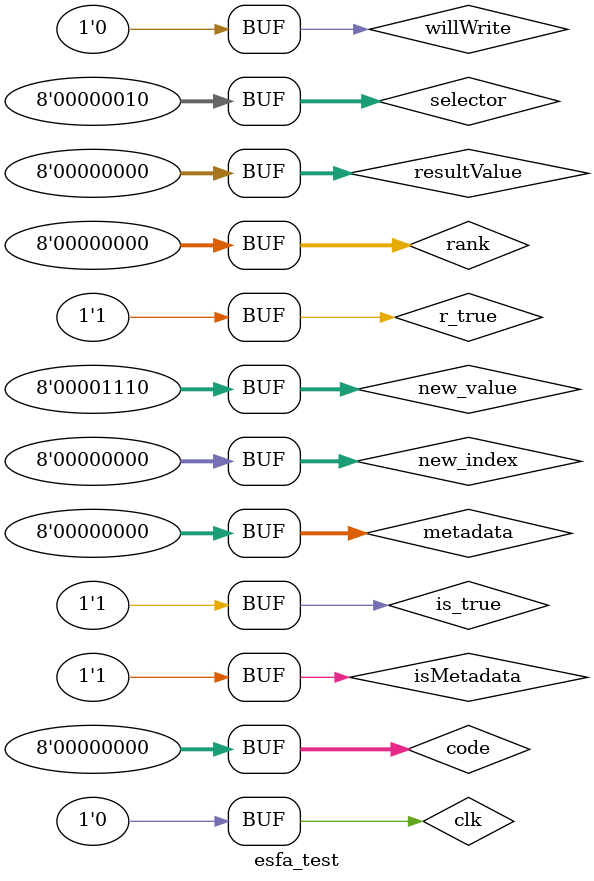
<source format=v>
`timescale 1ns / 1ps


module esfa_test;
    
    reg[0:0] clk = 0;
    reg[0:0] willWrite = 0;
    reg[7:0] new_index = 0;
    reg[7:0] new_value = 0;
    reg[7:0] metadata = 0;
    reg[0:0] isMetadata = 0;
    reg[7:0] rank = 0;
    reg[7:0] code = 0;
    wire[0:0] resultBool;
    wire[7:0] resultValue;
    reg[7:0] selector = 0;
    
    reg[0:0] r_true = 1;
    wire is_true;
    assign is_true = r_true;
    
    always begin
        clk = 1; #14;
        clk = 0; #14;
    end
    
 
    assert a0(.clk(clk), .test(is_true));
    
    ESFADesign l1(
        .clk(clk),
        .in_willWrite(willWrite),
        .new_index(new_index),
        .new_value(new_value),
        .metadata(metadata),
        .isMetadata(isMetadata),
        .resultBool(resultBool),
        .resultValue(resultValue),
        .selector(selector)  
    );
    
    
    initial
    begin
        // update Basic test
        $display("update basic test, begin");
        #420 //wait for reset to complete
        r_true = (l1.reset == 0); #168
        r_true = (l1.c0.new_rank == 0); #168
        $display("assertions working correctly");
        
        //ESFAArrayOp().update(emptyArrayState, None, 0, 5)
        new_index = 0;
        new_value = 5;
        isMetadata = 1'b0;
        selector = 7;
        #168;
        r_true = (resultBool == 1); #168;
        r_true = (resultValue == 0); #168;
        r_true = 1;
        willWrite = 1;
        metadata = resultValue;
        isMetadata = resultBool;
        selector = 0;
        #168;
        isMetadata = 0;
        new_index = 0; 
        selector = 5;
        #420
        willWrite = 0;
        
        
        
        r_true = (l1.c0.new_arrDef == 1'b1); #168
        r_true = (l1.c0.new_eltDef == 1'b1); #168
        r_true = (l1.c0.new_mark == 1'b0); #168
        r_true = (l1.c0.new_index == 0); #168
        r_true = (l1.c0.new_value == 5); #168
        r_true = (l1.c0.new_rank == 1); #168
        r_true = (l1.c0.new_low == 0); #168
        r_true = (l1.c0.new_high == 0); #168
        r_true = (resultValue == 0); #168
        r_true = 1;
       
        //ESFAArrayOp().update(state_and_handle._1, Some(0), 2, 10)
        isMetadata = 1'b1;
        metadata = 0;
        selector = 3;
        #168;
        r_true = (resultBool); #168;
        r_true = 1;
        code = resultValue;
        r_true = (code == 0); #168;
        r_true = 1;
        selector = 8;
        #168;
        r_true = (resultBool); #168;
        r_true = (resultValue == 1); #168;
        r_true = 1;
        rank = resultValue;
        r_true = (rank == 1); #168;
        r_true = 1;
        selector = 7;
        #168;
        r_true = (resultBool); #168;
        r_true = (resultValue == 1); #168;
        r_true = 1;
        metadata = resultValue;
        isMetadata = 1'b1;
        new_index = 2;
        new_value = 8'b1010;
        selector = 0;
        willWrite = 1;
        #168;
        willWrite = 0;
        new_index = 1; //we know from previous markAvailable that handle 1 was open, and we wrote to it
        metadata = code;
        new_value = rank;
        selector = 5;
        willWrite = 1;
        #420;
        willWrite = 0;
        r_true = (resultBool); #168;
        r_true = 1;
      
        r_true = (l1.c0.new_arrDef == 1'b1); #168;
        r_true = (l1.c0.new_eltDef == 1'b1); #168;
        r_true = (l1.c0.new_mark == 1'b0); #168;
        r_true = (l1.c0.new_index == 0); #168;
        r_true = (l1.c0.new_value == 5); #168;
        r_true = (l1.c0.new_rank == 1); #168;
        r_true = (l1.c0.new_low == 0); #168;
        r_true = (l1.c0.new_high == 1); #168;
        
        r_true = (l1.c1.new_arrDef == 1'b1); #168;
        r_true = (l1.c1.new_eltDef == 1'b1); #168;
        r_true = (l1.c1.new_mark == 1'b0); #168;
        r_true = (l1.c1.new_index == 2); #168;
        r_true = (l1.c1.new_value == 8'b1010); #168;
        r_true = (l1.c1.new_rank == 2); #168;
        r_true = (l1.c1.new_low == 1); #168;
        r_true = (l1.c1.new_high == 1); #168;
        r_true = 1; 
        
        //ESFAArrayOp().update(state_and_handle._1, None, 4, 10)
        selector = 7;
        #168;
        r_true = (resultBool == 1); #168
        r_true = (resultValue == 2); #168
        r_true = 1;
        
        selector = 0;
        willWrite = 1;
        new_index = 4;
        new_value = 8'b1010;
        isMetadata = 1'b1;
        metadata = 2;
        #168;
        isMetadata = 0;
        new_index = 2; 
        selector = 5;
        #420
        
        willWrite = 0;
        
        r_true = (l1.c0.new_arrDef == 1'b1); #168;
        r_true = (l1.c0.new_eltDef == 1'b1); #168;
        r_true = (l1.c0.new_mark == 1'b0); #168;
        r_true = (l1.c0.new_index == 0); #168;
        r_true = (l1.c0.new_value == 5); #168;
        r_true = (l1.c0.new_rank == 1); #168;
        r_true = (l1.c0.new_low == 0); #168;
        r_true = (l1.c0.new_high == 1); #168;
        r_true = (l1.c0.handle == 0); #168;
        
        r_true = (l1.c1.new_arrDef == 1'b1); #168;
        r_true = (l1.c1.new_eltDef == 1'b1); #168;
        r_true = (l1.c1.new_mark == 1'b0); #168;
        r_true = (l1.c1.new_index == 2); #168;
        r_true = (l1.c1.new_value == 8'b1010); #168;
        r_true = (l1.c1.new_rank == 2); #168;
        r_true = (l1.c1.new_low == 1); #168;
        r_true = (l1.c1.new_high == 1); #168;
        r_true = (l1.c1.handle == 1); #168;
        
        r_true = (l1.c2.new_arrDef == 1'b1); #168;
        r_true = (l1.c2.new_eltDef == 1'b1); #168;
        r_true = (l1.c2.new_mark == 1'b0); #168;
        r_true = (l1.c2.new_index == 4); #168;
        r_true = (l1.c2.new_value == 8'b1010); #168;
        r_true = (l1.c2.new_rank == 1); #168;
        r_true = (l1.c2.new_low == 2); #168;
        r_true = (l1.c2.new_high == 2); #168;
        r_true = (l1.c2.handle == 2); #168;
        r_true = 1;
 
        
        //state_and_handle = ESFAArrayOp().update(state_and_handle._1, Some(2), 10, 21)
        isMetadata = 1;
        metadata = 2;
        selector = 3;
        #168;
        code = resultValue;
        r_true = (code == 2); #168;
        r_true = 1;
        selector = 8;
        #168;
        rank = resultValue;
        r_true = (rank == 1); #168;
        r_true = 1;
        selector = 7;
        #168;
        r_true = (resultValue == 3); #168;
        r_true = 1;
        isMetadata = 1;
        metadata = 3;
        new_index = 8'b1010;
        new_value = 8'b10101;
        selector = 0;
        willWrite = 1;
        #168
        willWrite = 0;
        new_index = 3;
        isMetadata = 1;
        metadata = code;
        new_value = rank;
        selector = 5;
        willWrite = 1;
        #420;
        willWrite = 0;
       
        r_true = (l1.c0.new_arrDef == 1'b1); #168;
        r_true = (l1.c0.new_eltDef == 1'b1); #168;
        r_true = (l1.c0.new_mark == 1'b0); #168;
        r_true = (l1.c0.new_index == 0); #168;
        r_true = (l1.c0.new_value == 5); #168;
        r_true = (l1.c0.new_rank == 1); #168;
        r_true = (l1.c0.new_low == 0); #168;
        r_true = (l1.c0.new_high == 1); #168;
        r_true = (l1.c0.handle == 0); #168;
        
        r_true = (l1.c1.new_arrDef == 1'b1); #168;
        r_true = (l1.c1.new_eltDef == 1'b1); #168;
        r_true = (l1.c1.new_mark == 1'b0); #168;
        r_true = (l1.c1.new_index == 2); #168;
        r_true = (l1.c1.new_value == 8'b1010); #168;
        r_true = (l1.c1.new_rank == 2); #168;
        r_true = (l1.c1.new_low == 1); #168;
        r_true = (l1.c1.new_high == 1); #168;
        r_true = (l1.c1.handle == 1); #168;
        
        r_true = (l1.c3.new_arrDef == 1'b1); #168;
        r_true = (l1.c3.new_eltDef == 1'b1); #168;
        r_true = (l1.c3.new_mark == 1'b0); #168;
        r_true = (l1.c3.new_index == 8'b1010); #168;
        r_true = (l1.c3.new_value == 8'b10101); #168;
        r_true = (l1.c3.new_rank == 2); #168;
        r_true = (l1.c3.new_low == 3); #168;
        r_true = (l1.c3.new_high == 3); #168;
        r_true = (l1.c3.handle == 3); #168;
        
        r_true = (l1.c2.new_arrDef == 1'b1); #168;
        r_true = (l1.c2.new_eltDef == 1'b1); #168;
        r_true = (l1.c2.new_mark == 1'b0); #168;
        r_true = (l1.c2.new_index == 4); #168;
        r_true = (l1.c2.new_value == 8'b1010); #168;
        r_true = (l1.c2.new_rank == 1); #168;
        r_true = (l1.c2.new_low == 2); #168;
        r_true = (l1.c2.new_high == 3); #168;
        r_true = (l1.c2.handle == 2); #168;
        
        r_true = resultBool; #168;
        r_true = (resultValue == 3); #168;
        r_true = 1;
        
        //ESFAArrayOp().update(state_and_handle._1, Some(1), 9, 5)
        new_index = 9;
        new_value = 5;
        isMetadata = 1'b1;
        metadata = 1;
        selector = 3;
        willWrite = 1;
        #168;
        selector = 7;
        #168;
        selector = 0;
        #168;
        selector = 5;
        #168;
        willWrite = 0;
        r_true = (l1.c0.new_arrDef == 1'b1);
        r_true = (l1.c0.new_eltDef == 1'b1);
        r_true = (l1.c0.new_mark == 1'b0);
        r_true = (l1.c0.new_index == 0);
        r_true = (l1.c0.new_value == 5);
        r_true = (l1.c0.new_rank == 1);
        r_true = (l1.c0.new_low == 0);
        r_true = (l1.c0.new_high == 2);
        r_true = (l1.c0.handle == 0);
        r_true = (l1.c0.new_array_code == 0);
        
        r_true = (l1.c1.new_arrDef == 1'b1);
        r_true = (l1.c1.new_eltDef == 1'b1);
        r_true = (l1.c1.new_mark == 1'b0);
        r_true = (l1.c1.new_index == 2);
        r_true = (l1.c1.new_value == 10);
        r_true = (l1.c1.new_rank == 2);
        r_true = (l1.c1.new_low == 1);
        r_true = (l1.c1.new_high == 2);
        r_true = (l1.c1.handle == 1);
        r_true = (l1.c1.new_array_code == 1);
        
        r_true = (l1.c3.new_arrDef == 1'b1);
        r_true = (l1.c3.new_eltDef == 1'b1);
        r_true = (l1.c3.new_mark == 1'b0);
        r_true = (l1.c3.new_index == 10);
        r_true = (l1.c3.new_value == 21);
        r_true = (l1.c3.new_rank == 2);
        r_true = (l1.c3.new_low == 4);
        r_true = (l1.c3.new_high == 4);
        r_true = (l1.c3.handle == 3);
        r_true = (l1.c3.new_array_code == 4);
        
        r_true = (l1.c2.new_arrDef == 1'b1);
        r_true = (l1.c2.new_eltDef == 1'b1);
        r_true = (l1.c2.new_mark == 1'b0);
        r_true = (l1.c2.new_index == 4);
        r_true = (l1.c2.new_value == 10);
        r_true = (l1.c2.new_rank == 1);
        r_true = (l1.c2.new_low == 3);
        r_true = (l1.c2.new_high == 4);
        r_true = (l1.c2.handle == 2);
        r_true = (l1.c2.new_array_code == 3);
        
        r_true = (l1.c4.new_arrDef == 1'b1);
        r_true = (l1.c4.new_eltDef == 1'b1);
        r_true = (l1.c4.new_mark == 1'b0);
        r_true = (l1.c4.new_index == 9);
        r_true = (l1.c4.new_value == 5);
        r_true = (l1.c4.new_rank == 3);
        r_true = (l1.c4.new_low == 2);
        r_true = (l1.c4.new_high == 2);
        r_true = (l1.c4.handle == 4);
        r_true = (l1.c4.new_array_code == 2);
        
        r_true = resultBool;
        r_true = (resultValue == 4);
        
        //ESFAArrayOp().update(state_and_handle._1, Some(1), 11, 14)
        new_index = 11;
        new_value = 14;
        isMetadata = 1'b1;
        metadata = 1;
        selector = 3;
        willWrite = 1;
        #168;
        selector = 7;
        #168;
        selector = 0;
        #168;
        selector = 5;
        #168;
        willWrite = 0;
        r_true = (l1.c0.new_arrDef == 1'b1);
        r_true = (l1.c0.new_eltDef == 1'b1);
        r_true = (l1.c0.new_mark == 1'b0);
        r_true = (l1.c0.new_index == 0);
        r_true = (l1.c0.new_value == 5);
        r_true = (l1.c0.new_rank == 1);
        r_true = (l1.c0.new_low == 0);
        r_true = (l1.c0.new_high == 3);
        r_true = (l1.c0.handle == 0);
        r_true = (l1.c0.new_array_code == 0);
        
        r_true = (l1.c1.new_arrDef == 1'b1);
        r_true = (l1.c1.new_eltDef == 1'b1);
        r_true = (l1.c1.new_mark == 1'b0);
        r_true = (l1.c1.new_index == 2);
        r_true = (l1.c1.new_value == 10);
        r_true = (l1.c1.new_rank == 2);
        r_true = (l1.c1.new_low == 1);
        r_true = (l1.c1.new_high == 3);
        r_true = (l1.c1.handle == 1);
        r_true = (l1.c1.new_array_code == 1);
        
        r_true = (l1.c3.new_arrDef == 1'b1);
        r_true = (l1.c3.new_eltDef == 1'b1);
        r_true = (l1.c3.new_mark == 1'b0);
        r_true = (l1.c3.new_index == 10);
        r_true = (l1.c3.new_value == 21);
        r_true = (l1.c3.new_rank == 2);
        r_true = (l1.c3.new_low == 5);
        r_true = (l1.c3.new_high == 5);
        r_true = (l1.c3.handle == 3);
        r_true = (l1.c3.new_array_code == 5);
        
        r_true = (l1.c2.new_arrDef == 1'b1);
        r_true = (l1.c2.new_eltDef == 1'b1);
        r_true = (l1.c2.new_mark == 1'b0);
        r_true = (l1.c2.new_index == 4);
        r_true = (l1.c2.new_value == 10);
        r_true = (l1.c2.new_rank == 1);
        r_true = (l1.c2.new_low == 4);
        r_true = (l1.c2.new_high == 5);
        r_true = (l1.c2.handle == 2);
        r_true = (l1.c2.new_array_code == 4);
        
        r_true = (l1.c4.new_arrDef == 1'b1);
        r_true = (l1.c4.new_eltDef == 1'b1);
        r_true = (l1.c4.new_mark == 1'b0);
        r_true = (l1.c4.new_index == 9);
        r_true = (l1.c4.new_value == 5);
        r_true = (l1.c4.new_rank == 3);
        r_true = (l1.c4.new_low == 3);
        r_true = (l1.c4.new_high == 3);
        r_true = (l1.c4.handle == 4);
        r_true = (l1.c4.new_array_code == 3);
        
        r_true = (l1.c5.new_arrDef == 1'b1);
        r_true = (l1.c5.new_eltDef == 1'b1);
        r_true = (l1.c5.new_mark == 1'b0);
        r_true = (l1.c5.new_index == 11);
        r_true = (l1.c5.new_value == 14);
        r_true = (l1.c5.new_rank == 3);
        r_true = (l1.c5.new_low == 2);
        r_true = (l1.c5.new_high == 2);
        r_true = (l1.c5.handle == 5);
        r_true = (l1.c5.new_array_code == 2);
        
        r_true = resultBool;
        r_true = (resultValue == 5);
        
        // ESFAArrayOp().lookUp(state_and_handle._1, 0, 0)
        new_index = 0;
        isMetadata = 1'b1;
        metadata = 0;
        selector = 3;
        #168;
        selector = 1;
        #168;
        selector = 2;
        #168;
        
        r_true = resultBool;
        r_true = (resultValue == 5);
        
        //ESFAArrayOp().lookUp(state_and_handle._1, 1, 0)
        new_index = 0;
        isMetadata = 1'b1;
        metadata = 1;
        selector = 3;
        #168;
        selector = 1;
        #168;
        selector = 2;
        #168;
        
        r_true = resultBool;
        r_true = (resultValue == 5);
        
        //ESFAArrayOp().lookUp(state_and_handle._1, 1, 2) 
        new_index = 2;
        isMetadata = 1'b1;
        metadata = 1;
        selector = 3;
        #168;
        selector = 1;
        #168;
        selector = 2;
        #168;
        
        r_true = resultBool;
        r_true = (resultValue == 10);
        
        //ESFAArrayOp().lookUp(state_and_handle._1, 3, 4)
        new_index = 4;
        isMetadata = 1'b1;
        metadata = 3;
        selector = 3;
        #168;
        selector = 1;
        #168;
        selector = 2;
        #168;
        
        r_true = resultBool;
        r_true = (resultValue == 10);
        
        //ESFAArrayOp().lookUp(state_and_handle._1, 5, 2)
        new_index = 2;
        isMetadata = 1'b1;
        metadata = 5;
        selector = 3;
        #168;
        selector = 1;
        #168;
        selector = 2;
        #168;
        
        r_true = resultBool;
        r_true = (resultValue == 10);
        
        //ESFAArrayOp().lookUp(state_and_handle._1, 5, 1)
        new_index = 1;
        isMetadata = 1'b1;
        metadata = 5;
        selector = 3;
        #168;
        selector = 1;
        #168;
        selector = 2;
        #168;
        
        r_true = (resultBool == 0); //there is no value with index 1 in sixth array
        
        //ESFAArrayOp().delete(state_and_handle._1, 1)
        isMetadata = 1'b1;
        metadata = 1;
        selector = 4;
        willWrite = 1;
        #168;
        selector = 6;
        #168;
        willWrite = 0;
        r_true = (l1.c0.new_arrDef == 1'b1);
        r_true = (l1.c0.new_eltDef == 1'b1);
        r_true = (l1.c0.new_mark == 1'b0);
        r_true = (l1.c0.new_index == 0);
        r_true = (l1.c0.new_value == 5);
        r_true = (l1.c0.new_rank == 1);
        r_true = (l1.c0.new_low == 0);
        r_true = (l1.c0.new_high == 2);
        r_true = (l1.c0.handle == 0);
        r_true = (l1.c0.new_array_code == 0);
        
        r_true = (l1.c1.new_arrDef == 1'b0);
        r_true = (l1.c1.new_eltDef == 1'b1);
        r_true = (l1.c1.new_mark == 1'b0);
        r_true = (l1.c1.new_index == 2);
        r_true = (l1.c1.new_value == 10);
        r_true = (l1.c1.new_rank == 0);
        r_true = (l1.c1.new_low == 1);
        r_true = (l1.c1.new_high == 2);
        r_true = (l1.c1.handle == 1);
        r_true = (l1.c1.new_array_code == 1);
        
        r_true = (l1.c3.new_arrDef == 1'b1);
        r_true = (l1.c3.new_eltDef == 1'b1);
        r_true = (l1.c3.new_mark == 1'b0);
        r_true = (l1.c3.new_index == 10);
        r_true = (l1.c3.new_value == 21);
        r_true = (l1.c3.new_rank == 2);
        r_true = (l1.c3.new_low == 4);
        r_true = (l1.c3.new_high == 4);
        r_true = (l1.c3.handle == 3);
        r_true = (l1.c3.new_array_code == 4);
        
        r_true = (l1.c2.new_arrDef == 1'b1);
        r_true = (l1.c2.new_eltDef == 1'b1);
        r_true = (l1.c2.new_mark == 1'b0);
        r_true = (l1.c2.new_index == 4);
        r_true = (l1.c2.new_value == 10);
        r_true = (l1.c2.new_rank == 1);
        r_true = (l1.c2.new_low == 3);
        r_true = (l1.c2.new_high == 4);
        r_true = (l1.c2.handle == 2);
        r_true = (l1.c2.new_array_code == 3);
        
        r_true = (l1.c4.new_arrDef == 1'b1);
        r_true = (l1.c4.new_eltDef == 1'b1);
        r_true = (l1.c4.new_mark == 1'b0);
        r_true = (l1.c4.new_index == 9);
        r_true = (l1.c4.new_value == 5);
        r_true = (l1.c4.new_rank == 3);
        r_true = (l1.c4.new_low == 2);
        r_true = (l1.c4.new_high == 2);
        r_true = (l1.c4.handle == 4);
        r_true = (l1.c4.new_array_code == 2);
        
        r_true = (l1.c5.new_arrDef == 1'b1);
        r_true = (l1.c5.new_eltDef == 1'b1);
        r_true = (l1.c5.new_mark == 1'b0);
        r_true = (l1.c5.new_index == 11);
        r_true = (l1.c5.new_value == 14);
        r_true = (l1.c5.new_rank == 3);
        r_true = (l1.c5.new_low == 1);
        r_true = (l1.c5.new_high == 1);
        r_true = (l1.c5.handle == 5);
        r_true = (l1.c5.new_array_code == 1);
        
        //ESFAArrayOp().delete(post_deletion_state, 4)
        isMetadata = 1'b1;
        metadata = 4;
        selector = 4;
        willWrite = 1;
        #168;
        selector = 6;
        #168;
        willWrite = 0;
        
        //ESFAArrayOp().delete(post_deletion_state, 5)
        isMetadata = 1'b1;
        metadata = 5;
        selector = 4;
        willWrite = 1;
        #168;
        selector = 6;
        #168;
        willWrite = 0;
        
        r_true = (l1.c0.new_arrDef == 1'b1);
        r_true = (l1.c0.new_eltDef == 1'b1);
        r_true = (l1.c0.new_mark == 1'b0);
        r_true = (l1.c0.new_index == 0);
        r_true = (l1.c0.new_value == 5);
        r_true = (l1.c0.new_rank == 1);
        r_true = (l1.c0.new_low == 0);
        r_true = (l1.c0.new_high == 0);
        r_true = (l1.c0.handle == 0);
        r_true = (l1.c0.new_array_code == 0);
        
        r_true = (l1.c1.new_arrDef == 1'b0);
        r_true = (l1.c1.new_eltDef == 1'b0);
        r_true = (l1.c1.new_mark == 1'b0);
        
        r_true = (l1.c3.new_arrDef == 1'b1);
        r_true = (l1.c3.new_eltDef == 1'b1);
        r_true = (l1.c3.new_mark == 1'b0);
        r_true = (l1.c3.new_index == 10);
        r_true = (l1.c3.new_value == 21);
        r_true = (l1.c3.new_rank == 2);
        r_true = (l1.c3.new_low == 2);
        r_true = (l1.c3.new_high == 2);
        r_true = (l1.c3.handle == 3);
        r_true = (l1.c3.new_array_code == 2);
        
        r_true = (l1.c2.new_arrDef == 1'b1);
        r_true = (l1.c2.new_eltDef == 1'b1);
        r_true = (l1.c2.new_mark == 1'b0);
        r_true = (l1.c2.new_index == 4);
        r_true = (l1.c2.new_value == 10);
        r_true = (l1.c2.new_rank == 1);
        r_true = (l1.c2.new_low == 1);
        r_true = (l1.c2.new_high == 2);
        r_true = (l1.c2.handle == 2);
        r_true = (l1.c2.new_array_code == 1);
        
        r_true = (l1.c4.new_arrDef == 1'b0);
        r_true = (l1.c4.new_eltDef == 1'b0);
        r_true = (l1.c4.new_mark == 1'b0);
        
        r_true = (l1.c5.new_arrDef == 1'b0);
        r_true = (l1.c5.new_eltDef == 1'b0);
        r_true = (l1.c5.new_mark == 1'b0);

        //ESFAArrayOp().lookUp(post_deletion_state, 0, 0) 
        new_index = 0;
        isMetadata = 1'b1;
        metadata = 0;
        selector = 3;
        #168;
        selector = 1;
        #168;
        selector = 2;
        #168;
        
        r_true = resultBool;
        r_true = (resultValue == 5);
        
        
    end
   
    
endmodule

</source>
